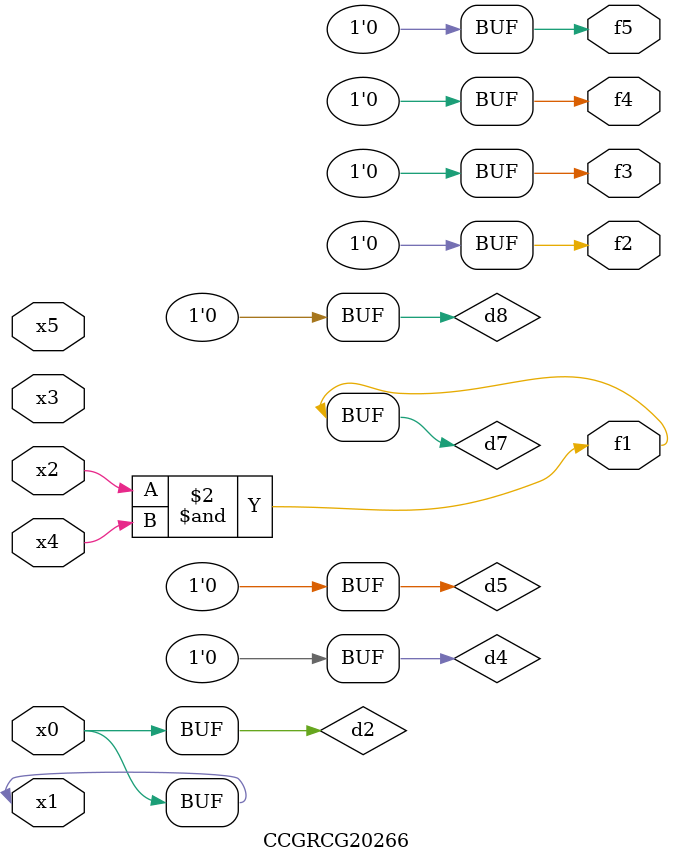
<source format=v>
module CCGRCG20266(
	input x0, x1, x2, x3, x4, x5,
	output f1, f2, f3, f4, f5
);

	wire d1, d2, d3, d4, d5, d6, d7, d8, d9;

	nand (d1, x1);
	buf (d2, x0, x1);
	nand (d3, x2, x4);
	and (d4, d1, d2);
	and (d5, d1, d2);
	nand (d6, d1, d3);
	not (d7, d3);
	xor (d8, d5);
	nor (d9, d5, d6);
	assign f1 = d7;
	assign f2 = d8;
	assign f3 = d8;
	assign f4 = d8;
	assign f5 = d8;
endmodule

</source>
